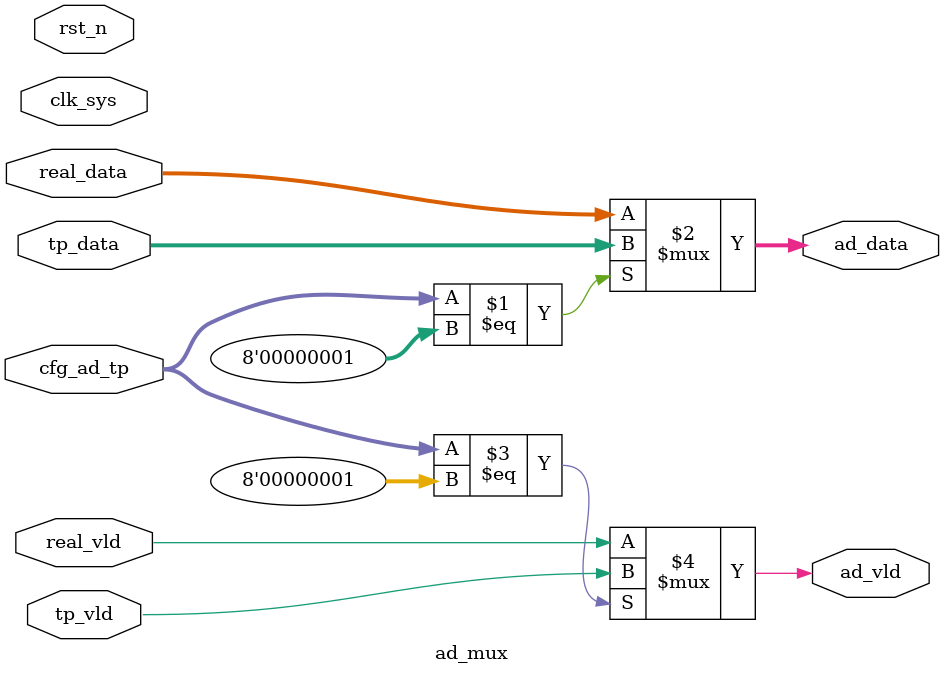
<source format=v>

module ad_mux(
ad_data,
ad_vld,
tp_data,
tp_vld,
real_data,
real_vld,
//configuration
cfg_ad_tp,
//clk rst
clk_sys,
rst_n
);
output [23:0]	ad_data;
output				ad_vld;
input [23:0]	tp_data;
input					tp_vld;
input [23:0]	real_data;
input					real_vld;
//configuration
input [7:0]		cfg_ad_tp;
//clk rst
input clk_sys;
input rst_n;
//--------------------------------------
//--------------------------------------

wire [23:0]	ad_data;
wire 				ad_vld;
assign ad_data = (cfg_ad_tp == 8'h1) ? tp_data : real_data;
assign ad_vld  = (cfg_ad_tp == 8'h1) ? tp_vld  : real_vld ;


endmodule

</source>
